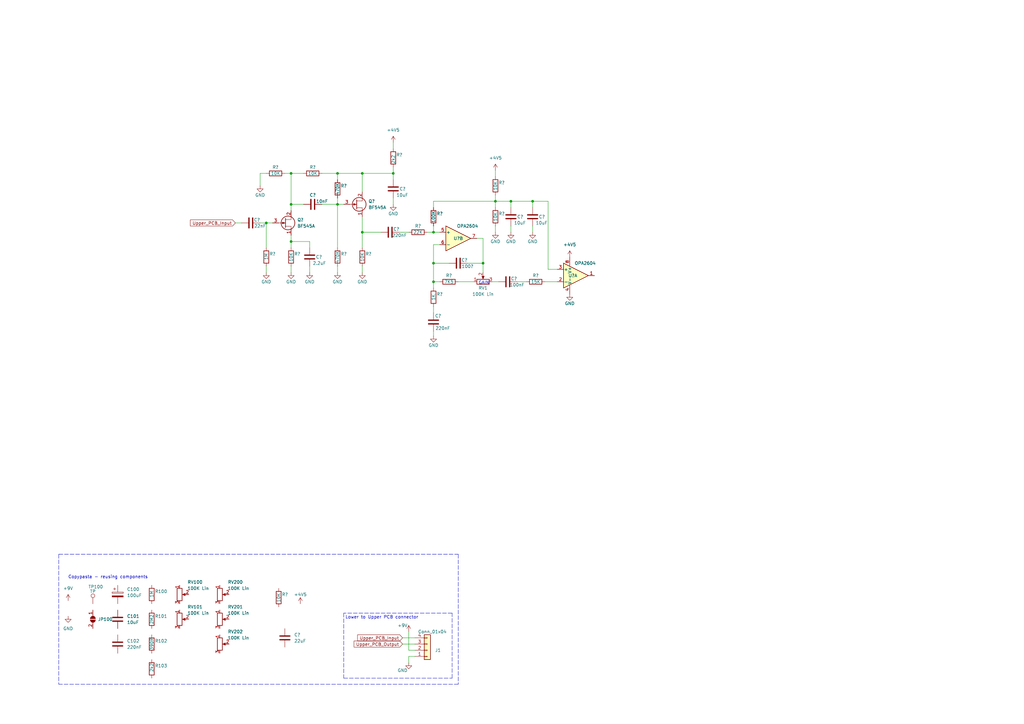
<source format=kicad_sch>
(kicad_sch (version 20211123) (generator eeschema)
  (paper "A3")
  (title_block (title "PedalDev_UpperRaw") (date "2022-02-21") (company "Binary-6"))
  (lib_symbols
    (symbol "Amplifier_Operational:TL074" (pin_names (offset 0.127))
      (property "Reference" "U" (at 0 5.08 0))
      (property "Value" "TL074" (at 0 -5.08 0))
      (symbol "TL074_1_1"
        (polyline (pts (xy -5.08 5.08) (xy 5.08 0) (xy -5.08 -5.08) (xy -5.08 5.08)) (stroke (width 0.254)) (fill (type background)))
        (pin output line (at 7.62 0 180) (length 2.54) (name "~") (number "1"))
        (pin input line (at -7.62 -2.54 0) (length 2.54) (name "-") (number "2"))
        (pin input line (at -7.62 2.54 0) (length 2.54) (name "+") (number "3"))
      )
      (symbol "TL074_2_1"
        (polyline (pts (xy -5.08 5.08) (xy 5.08 0) (xy -5.08 -5.08) (xy -5.08 5.08)) (stroke (width 0.254)) (fill (type background)))
        (pin input line (at -7.62 2.54 0) (length 2.54) (name "+") (number "5"))
        (pin input line (at -7.62 -2.54 0) (length 2.54) (name "-") (number "6"))
        (pin output line (at 7.62 0 180) (length 2.54) (name "~") (number "7"))
      )
      (symbol "TL074_3_1"
        (polyline (pts (xy -5.08 5.08) (xy 5.08 0) (xy -5.08 -5.08) (xy -5.08 5.08)) (stroke (width 0.254)) (fill (type background)))
        (pin input line (at -7.62 2.54 0) (length 2.54) (name "+") (number "10"))
        (pin output line (at 7.62 0 180) (length 2.54) (name "~") (number "8"))
        (pin input line (at -7.62 -2.54 0) (length 2.54) (name "-") (number "9"))
      )
      (symbol "TL074_4_1"
        (polyline (pts (xy -5.08 5.08) (xy 5.08 0) (xy -5.08 -5.08) (xy -5.08 5.08)) (stroke (width 0.254)) (fill (type background)))
        (pin input line (at -7.62 2.54 0) (length 2.54) (name "+") (number "12"))
        (pin input line (at -7.62 -2.54 0) (length 2.54) (name "-") (number "13"))
        (pin output line (at 7.62 0 180) (length 2.54) (name "~") (number "14"))
      )
      (symbol "TL074_5_1"
        (pin power_in line (at -2.54 -7.62 90) (length 3.81) (name "V-") (number "11"))
        (pin power_in line (at -2.54 7.62 270) (length 3.81) (name "V+") (number "4"))
      )
    )
    (symbol "Connector:TestPoint" (pin_numbers hide) (pin_names (offset 0.762) hide)
      (property "Reference" "TP" (at 0 6.858 0))
      (property "Value" "TestPoint" (at 0 5.08 0))
      (symbol "TestPoint_0_1"
        (circle (center 0 3.302) (radius 0.762))
      )
      (symbol "TestPoint_1_1"
        (pin passive line (at 0 0 90) (length 2.54) (name "1") (number "1"))
      )
    )
    (symbol "Connector_Generic:Conn_01x04" (pin_names (offset 1.016) hide)
      (property "Reference" "J" (at 0 5.08 0))
      (property "Value" "Conn_01x04" (at 0 -7.62 0))
      (symbol "Conn_01x04_1_1"
        (rectangle (start -1.27 -4.953) (end 0 -5.207) (stroke (width 0.1524)))
        (rectangle (start -1.27 -2.413) (end 0 -2.667) (stroke (width 0.1524)))
        (rectangle (start -1.27 0.127) (end 0 -0.127) (stroke (width 0.1524)))
        (rectangle (start -1.27 2.667) (end 0 2.413) (stroke (width 0.1524)))
        (rectangle (start -1.27 3.81) (end 1.27 -6.35) (stroke (width 0.254)) (fill (type background)))
        (pin passive line (at -5.08 2.54 0) (length 3.81) (name "Pin_1") (number "1"))
        (pin passive line (at -5.08 0 0) (length 3.81) (name "Pin_2") (number "2"))
        (pin passive line (at -5.08 -2.54 0) (length 3.81) (name "Pin_3") (number "3"))
        (pin passive line (at -5.08 -5.08 0) (length 3.81) (name "Pin_4") (number "4"))
      )
    )
    (symbol "Device:C" (pin_numbers hide) (pin_names (offset 0.254))
      (property "Reference" "C" (at 0.635 2.54 0))
      (property "Value" "C" (at 0.635 -2.54 0))
      (symbol "C_0_1"
        (polyline (pts (xy -2.032 -0.762) (xy 2.032 -0.762)) (stroke (width 0.508)))
        (polyline (pts (xy -2.032 0.762) (xy 2.032 0.762)) (stroke (width 0.508)))
      )
      (symbol "C_1_1"
        (pin passive line (at 0 3.81 270) (length 2.794) (name "~") (number "1"))
        (pin passive line (at 0 -3.81 90) (length 2.794) (name "~") (number "2"))
      )
    )
    (symbol "Device:C_Polarized" (pin_numbers hide) (pin_names (offset 0.254))
      (property "Reference" "C" (at 0.635 2.54 0))
      (property "Value" "C_Polarized" (at 0.635 -2.54 0))
      (symbol "C_Polarized_0_1"
        (rectangle (start -2.286 0.508) (end 2.286 1.016))
        (polyline (pts (xy -1.778 2.286) (xy -0.762 2.286)))
        (polyline (pts (xy -1.27 2.794) (xy -1.27 1.778)))
        (rectangle (start 2.286 -0.508) (end -2.286 -1.016) (fill (type outline)))
      )
      (symbol "C_Polarized_1_1"
        (pin passive line (at 0 3.81 270) (length 2.794) (name "~") (number "1"))
        (pin passive line (at 0 -3.81 90) (length 2.794) (name "~") (number "2"))
      )
    )
    (symbol "Device:R" (pin_numbers hide) (pin_names (offset 0))
      (property "Reference" "R" (at 2.032 0 90))
      (property "Value" "R" (at 0 0 90))
      (symbol "R_0_1"
        (rectangle (start -1.016 -2.54) (end 1.016 2.54) (stroke (width 0.254)))
      )
      (symbol "R_1_1"
        (pin passive line (at 0 3.81 270) (length 1.27) (name "~") (number "1"))
        (pin passive line (at 0 -3.81 90) (length 1.27) (name "~") (number "2"))
      )
    )
    (symbol "Device:R_Potentiometer" (pin_names (offset 1.016) hide)
      (property "Reference" "RV" (at -4.445 0 90))
      (property "Value" "R_Potentiometer" (at -2.54 0 90))
      (symbol "R_Potentiometer_0_1"
        (polyline (pts (xy 2.54 0) (xy 1.524 0)))
        (polyline (pts (xy 1.143 0) (xy 2.286 0.508) (xy 2.286 -0.508) (xy 1.143 0)) (fill (type outline)))
        (rectangle (start 1.016 2.54) (end -1.016 -2.54) (stroke (width 0.254)))
      )
      (symbol "R_Potentiometer_1_1"
        (pin passive line (at 0 3.81 270) (length 1.27) (name "1") (number "1"))
        (pin passive line (at 3.81 0 180) (length 1.27) (name "2") (number "2"))
        (pin passive line (at 0 -3.81 90) (length 1.27) (name "3") (number "3"))
      )
    )
    (symbol "Diode:1N4004" (pin_numbers hide) (pin_names (offset 1.016) hide)
      (property "Reference" "D" (at 0 2.54 0))
      (property "Value" "1N4004" (at 0 -2.54 0))
      (symbol "1N4004_0_1"
        (polyline (pts (xy -1.27 1.27) (xy -1.27 -1.27)) (stroke (width 0.254)))
        (polyline (pts (xy 1.27 0) (xy -1.27 0)))
        (polyline (pts (xy 1.27 1.27) (xy 1.27 -1.27) (xy -1.27 0) (xy 1.27 1.27)) (stroke (width 0.254)))
      )
      (symbol "1N4004_1_1"
        (pin passive line (at -3.81 0 0) (length 2.54) (name "K") (number "1"))
        (pin passive line (at 3.81 0 180) (length 2.54) (name "A") (number "2"))
      )
    )
    (symbol "Jumper:SolderJumper_2_Open" (pin_names (offset 0) hide)
      (property "Reference" "JP" (at 0 2.032 0))
      (property "Value" "SolderJumper_2_Open" (at 0 -2.54 0))
      (symbol "SolderJumper_2_Open_0_1"
        (arc (start -0.254 1.016) (mid -1.27 0) (end -0.254 -1.016))
        (arc (start -0.254 1.016) (mid -1.27 0) (end -0.254 -1.016) (fill (type outline)))
        (polyline (pts (xy -0.254 1.016) (xy -0.254 -1.016)))
        (polyline (pts (xy 0.254 1.016) (xy 0.254 -1.016)))
        (arc (start 0.254 -1.016) (mid 1.27 0) (end 0.254 1.016))
        (arc (start 0.254 -1.016) (mid 1.27 0) (end 0.254 1.016) (fill (type outline)))
      )
      (symbol "SolderJumper_2_Open_1_1"
        (pin passive line (at -3.81 0 0) (length 2.54) (name "A") (number "1"))
        (pin passive line (at 3.81 0 180) (length 2.54) (name "B") (number "2"))
      )
    )
    (symbol "MeineBibli:+14V" (power) (pin_names (offset 0))
      (property "Value" "+14V" (at 0 3.556 0))
      (symbol "+14V_0_1"
        (polyline (pts (xy -0.762 1.27) (xy 0 2.54)))
        (polyline (pts (xy 0 0) (xy 0 2.54)))
        (polyline (pts (xy 0 2.54) (xy 0.762 1.27)))
      )
      (symbol "+14V_1_1"
        (pin power_in line (at 0 0 90) (length 0) hide (name "+4V5") (number "1"))
      )
    )
    (symbol "MeineBibli:+16V" (power) (pin_names (offset 0))
      (property "Value" "+16V" (at 0 3.556 0))
      (symbol "+16V_0_1"
        (polyline (pts (xy -0.762 1.27) (xy 0 2.54)))
        (polyline (pts (xy 0 0) (xy 0 2.54)))
        (polyline (pts (xy 0 2.54) (xy 0.762 1.27)))
      )
      (symbol "+16V_1_1"
        (pin power_in line (at 0 0 90) (length 0) hide (name "+4V5") (number "1"))
      )
    )
    (symbol "MeineBibli:+4V5" (power) (pin_names (offset 0))
      (property "Value" "+4V5" (at 0 3.556 0))
      (symbol "+4V5_0_1"
        (polyline (pts (xy -0.762 1.27) (xy 0 2.54)))
        (polyline (pts (xy 0 0) (xy 0 2.54)))
        (polyline (pts (xy 0 2.54) (xy 0.762 1.27)))
      )
      (symbol "+4V5_1_1"
        (pin power_in line (at 0 0 90) (length 0) hide (name "+4V5") (number "1"))
      )
    )
    (symbol "MeineBibli:OPA2604" (pin_names (offset 0.127))
      (property "Reference" "U" (at 0 5.08 0))
      (property "Value" "OPA2604" (at 0 -5.08 0))
      (symbol "OPA2604_1_1"
        (polyline (pts (xy -5.08 5.08) (xy 5.08 0) (xy -5.08 -5.08) (xy -5.08 5.08)) (stroke (width 0.254)) (fill (type background)))
        (pin output line (at 7.62 0 180) (length 2.54) (name "~") (number "1"))
        (pin input line (at -7.62 -2.54 0) (length 2.54) (name "-") (number "2"))
        (pin input line (at -7.62 2.54 0) (length 2.54) (name "+") (number "3"))
      )
      (symbol "OPA2604_2_1"
        (polyline (pts (xy -5.08 5.08) (xy 5.08 0) (xy -5.08 -5.08) (xy -5.08 5.08)) (stroke (width 0.254)) (fill (type background)))
        (pin input line (at -7.62 2.54 0) (length 2.54) (name "+") (number "5"))
        (pin input line (at -7.62 -2.54 0) (length 2.54) (name "-") (number "6"))
        (pin output line (at 7.62 0 180) (length 2.54) (name "~") (number "7"))
      )
      (symbol "OPA2604_3_1"
        (pin power_in line (at -2.54 -7.62 90) (length 3.81) (name "V-") (number "4"))
        (pin power_in line (at -2.54 7.62 270) (length 3.81) (name "V+") (number "8"))
      )
    )
    (symbol "Regulator_Linear:L78L15_SOT89" (pin_names (offset 0.254))
      (property "Reference" "U" (at -3.81 3.175 0))
      (property "Value" "L78L15_SOT89" (at -0.635 3.175 0))
      (symbol "L78L15_SOT89_0_1"
        (rectangle (start -5.08 1.905) (end 5.08 -5.08) (stroke (width 0.254)) (fill (type background)))
      )
      (symbol "L78L15_SOT89_1_1"
        (pin power_out line (at 7.62 0 180) (length 2.54) (name "OUT") (number "1"))
        (pin power_in line (at 0 -7.62 90) (length 2.54) (name "GND") (number "2"))
        (pin power_in line (at -7.62 0 0) (length 2.54) (name "IN") (number "3"))
      )
    )
    (symbol "Regulator_SwitchedCapacitor:ICL7660"
      (property "Reference" "U?" (at 0 15.24 0))
      (property "Value" "ICL7660" (at 0 12.7 0))
      (symbol "ICL7660_0_1"
        (rectangle (start -7.62 10.16) (end 7.62 -10.16) (stroke (width 0.254)) (fill (type background)))
      )
      (symbol "ICL7660_1_1"
        (pin input line (at -10.16 3.81 0) (length 2.54) (name "BOOST") (number "1"))
        (pin input line (at 10.16 2.54 180) (length 2.54) (name "CAP+") (number "2"))
        (pin power_in line (at 0 -12.7 90) (length 2.54) (name "GND") (number "3"))
        (pin input line (at 10.16 -7.62 180) (length 2.54) (name "CAP-") (number "4"))
        (pin power_out line (at 10.16 7.62 180) (length 2.54) (name "VOUT") (number "5"))
        (pin input line (at -10.16 -5.08 0) (length 2.54) (name "LV") (number "6"))
        (pin input line (at -10.16 0 0) (length 2.54) (name "OSC") (number "7"))
        (pin power_in line (at -10.16 7.62 0) (length 2.54) (name "V+") (number "8"))
      )
    )
    (symbol "Transistor_FET:BF545A" (pin_names hide)
      (property "Reference" "Q" (at 5.08 1.905 0))
      (property "Value" "BF545A" (at 5.08 0 0))
      (symbol "BF545A_0_1"
        (polyline (pts (xy 0.254 0) (xy -2.54 0)))
        (polyline (pts (xy 0.254 1.905) (xy 0.254 -1.905)) (stroke (width 0.254)))
        (polyline (pts (xy 2.54 -2.54) (xy 2.54 -1.397) (xy 0.254 -1.397)))
        (polyline (pts (xy 2.54 2.54) (xy 2.54 1.397) (xy 0.254 1.397)))
        (polyline (pts (xy 0 0) (xy -1.016 0.381) (xy -1.016 -0.381) (xy 0 0)) (fill (type outline)))
        (circle (center 1.27 0) (radius 2.8194) (stroke (width 0.254)))
      )
      (symbol "BF545A_1_1"
        (pin passive line (at 2.54 -5.08 90) (length 2.54) (name "S") (number "1"))
        (pin passive line (at 2.54 5.08 270) (length 2.54) (name "D") (number "2"))
        (pin input line (at -5.08 0 0) (length 2.54) (name "G") (number "3"))
      )
    )
    (symbol "power:+9V" (power) (pin_names (offset 0))
      (property "Value" "+9V" (at 0 3.556 0))
      (symbol "+9V_0_1"
        (polyline (pts (xy -0.762 1.27) (xy 0 2.54)))
        (polyline (pts (xy 0 0) (xy 0 2.54)))
        (polyline (pts (xy 0 2.54) (xy 0.762 1.27)))
      )
      (symbol "+9V_1_1"
        (pin power_in line (at 0 0 90) (length 0) hide (name "+9V") (number "1"))
      )
    )
    (symbol "power:GND" (power) (pin_names (offset 0))
      (property "Value" "GND" (at 0 -3.81 0))
      (symbol "GND_0_1"
        (polyline (pts (xy 0 0) (xy 0 -1.27) (xy 1.27 -1.27) (xy 0 -2.54) (xy -1.27 -1.27) (xy 0 -1.27)))
      )
      (symbol "GND_1_1"
        (pin power_in line (at 0 0 270) (length 0) hide (name "GND") (number "1"))
      )
    )
  )
  (junction (at -26.67 93.98))
  (junction (at 177.8 107.95))
  (junction (at 138.43 71.12))
  (junction (at 148.59 71.12))
  (junction (at -77.47 88.9))
  (junction (at -39.37 82.55))
  (junction (at 218.44 82.55))
  (junction (at -39.37 93.98))
  (junction (at 198.12 107.95))
  (junction (at -6.35 82.55))
  (junction (at 161.29 71.12))
  (junction (at 138.43 83.82))
  (junction (at 177.8 115.57))
  (junction (at -26.67 82.55))
  (junction (at 109.22 91.44))
  (junction (at 177.8 95.25))
  (junction (at 119.38 83.82))
  (junction (at 148.59 95.25))
  (junction (at 119.38 99.06))
  (junction (at 209.55 82.55))
  (junction (at 119.38 71.12))
  (junction (at -6.35 93.98))
  (junction (at 203.2 82.55))
  (no_connect (at -74.93 101.6))
  (no_connect (at -74.93 96.52))
  (no_connect (at -54.61 104.14))
  (polyline (pts (xy 185.42 278.13) (xy 185.42 251.46)))
  (wire (pts (xy 170.18 269.24) (xy 167.64 269.24)))
  (wire (pts (xy -6.35 82.55) (xy -6.35 83.82)))
  (wire (pts (xy -26.67 93.98) (xy -26.67 96.52)))
  (wire (pts (xy 119.38 86.36) (xy 119.38 83.82)))
  (wire (pts (xy 96.52 91.44) (xy 99.06 91.44)))
  (wire (pts (xy 180.34 100.33) (xy 177.8 100.33)))
  (wire (pts (xy 127 109.22) (xy 127 111.76)))
  (wire (pts (xy 203.2 92.71) (xy 203.2 95.25)))
  (wire (pts (xy 177.8 115.57) (xy 177.8 118.11)))
  (wire (pts (xy -16.51 101.6) (xy -16.51 111.76)))
  (wire (pts (xy 119.38 71.12) (xy 119.38 83.82)))
  (wire (pts (xy -54.61 88.9) (xy -52.07 88.9)))
  (wire (pts (xy 167.64 259.08) (xy 167.64 266.7)))
  (wire (pts (xy 106.68 91.44) (xy 109.22 91.44)))
  (wire (pts (xy -77.47 92.71) (xy -77.47 88.9)))
  (wire (pts (xy 218.44 92.71) (xy 218.44 95.25)))
  (wire (pts (xy 148.59 88.9) (xy 148.59 95.25)))
  (wire (pts (xy 224.79 110.49) (xy 224.79 82.55)))
  (wire (pts (xy -6.35 104.14) (xy -6.35 111.76)))
  (wire (pts (xy 138.43 109.22) (xy 138.43 111.76)))
  (wire (pts (xy 161.29 58.42) (xy 161.29 60.96)))
  (wire (pts (xy 177.8 85.09) (xy 177.8 82.55)))
  (wire (pts (xy 132.08 83.82) (xy 138.43 83.82)))
  (wire (pts (xy -41.91 93.98) (xy -39.37 93.98)))
  (wire (pts (xy 177.8 100.33) (xy 177.8 107.95)))
  (wire (pts (xy 119.38 83.82) (xy 124.46 83.82)))
  (wire (pts (xy 161.29 73.66) (xy 161.29 71.12)))
  (wire (pts (xy 109.22 91.44) (xy 111.76 91.44)))
  (wire (pts (xy 218.44 85.09) (xy 218.44 82.55)))
  (wire (pts (xy -39.37 93.98) (xy -36.83 93.98)))
  (wire (pts (xy 198.12 97.79) (xy 195.58 97.79)))
  (polyline (pts (xy 140.97 278.13) (xy 185.42 278.13)))
  (wire (pts (xy 119.38 99.06) (xy 119.38 101.6)))
  (wire (pts (xy 106.68 71.12) (xy 106.68 76.2)))
  (wire (pts (xy 163.83 95.25) (xy 167.64 95.25)))
  (wire (pts (xy 203.2 80.01) (xy 203.2 82.55)))
  (wire (pts (xy 175.26 95.25) (xy 177.8 95.25)))
  (wire (pts (xy 198.12 107.95) (xy 198.12 111.76)))
  (polyline (pts (xy 185.42 251.46) (xy 140.97 251.46)))
  (wire (pts (xy 119.38 109.22) (xy 119.38 111.76)))
  (wire (pts (xy 132.08 71.12) (xy 138.43 71.12)))
  (wire (pts (xy 177.8 92.71) (xy 177.8 95.25)))
  (wire (pts (xy -77.47 88.9) (xy -74.93 88.9)))
  (wire (pts (xy 109.22 71.12) (xy 106.68 71.12)))
  (wire (pts (xy 177.8 107.95) (xy 177.8 115.57)))
  (wire (pts (xy 109.22 91.44) (xy 109.22 101.6)))
  (wire (pts (xy 119.38 96.52) (xy 119.38 99.06)))
  (wire (pts (xy 148.59 109.22) (xy 148.59 111.76)))
  (wire (pts (xy -39.37 81.28) (xy -39.37 82.55)))
  (wire (pts (xy 209.55 85.09) (xy 209.55 82.55)))
  (wire (pts (xy 198.12 97.79) (xy 198.12 107.95)))
  (wire (pts (xy -6.35 81.28) (xy -6.35 82.55)))
  (wire (pts (xy 138.43 83.82) (xy 140.97 83.82)))
  (wire (pts (xy -74.93 92.71) (xy -77.47 92.71)))
  (wire (pts (xy 180.34 115.57) (xy 177.8 115.57)))
  (wire (pts (xy -77.47 81.28) (xy -77.47 88.9)))
  (wire (pts (xy 161.29 68.58) (xy 161.29 71.12)))
  (wire (pts (xy 127 101.6) (xy 127 99.06)))
  (wire (pts (xy 203.2 82.55) (xy 209.55 82.55)))
  (wire (pts (xy 203.2 69.85) (xy 203.2 72.39)))
  (wire (pts (xy 177.8 135.89) (xy 177.8 137.795)))
  (polyline (pts (xy 24.13 227.33) (xy 24.13 280.67)))
  (wire (pts (xy -26.67 82.55) (xy -26.67 93.98)))
  (wire (pts (xy 138.43 83.82) (xy 138.43 81.28)))
  (wire (pts (xy 124.46 71.12) (xy 119.38 71.12)))
  (wire (pts (xy -26.67 81.28) (xy -26.67 82.55)))
  (wire (pts (xy 165.1 264.16) (xy 170.18 264.16)))
  (wire (pts (xy 201.93 115.57) (xy 204.47 115.57)))
  (wire (pts (xy -29.21 93.98) (xy -26.67 93.98)))
  (wire (pts (xy 177.8 82.55) (xy 203.2 82.55)))
  (wire (pts (xy 148.59 95.25) (xy 156.21 95.25)))
  (wire (pts (xy -6.35 91.44) (xy -6.35 93.98)))
  (wire (pts (xy 138.43 73.66) (xy 138.43 71.12)))
  (wire (pts (xy 127 99.06) (xy 119.38 99.06)))
  (wire (pts (xy -26.67 104.14) (xy -26.67 111.76)))
  (wire (pts (xy 116.84 71.12) (xy 119.38 71.12)))
  (wire (pts (xy -39.37 91.44) (xy -39.37 93.98)))
  (wire (pts (xy 167.64 269.24) (xy 167.64 271.78)))
  (wire (pts (xy 177.8 125.73) (xy 177.8 128.27)))
  (polyline (pts (xy 187.96 280.67) (xy 24.13 280.67)))
  (wire (pts (xy 148.59 95.25) (xy 148.59 101.6)))
  (wire (pts (xy 187.96 115.57) (xy 194.31 115.57)))
  (wire (pts (xy -39.37 82.55) (xy -39.37 83.82)))
  (wire (pts (xy -52.07 88.9) (xy -52.07 111.76)))
  (wire (pts (xy 177.8 107.95) (xy 184.15 107.95)))
  (wire (pts (xy 161.29 81.28) (xy 161.29 83.82)))
  (wire (pts (xy 165.1 261.62) (xy 170.18 261.62)))
  (wire (pts (xy 138.43 83.82) (xy 138.43 101.6)))
  (wire (pts (xy -26.67 93.98) (xy -24.13 93.98)))
  (polyline (pts (xy 24.13 227.33) (xy 187.96 227.33)))
  (wire (pts (xy -6.35 93.98) (xy -6.35 96.52)))
  (wire (pts (xy 218.44 82.55) (xy 209.55 82.55)))
  (wire (pts (xy 148.59 71.12) (xy 161.29 71.12)))
  (wire (pts (xy -8.89 93.98) (xy -6.35 93.98)))
  (wire (pts (xy 203.2 82.55) (xy 203.2 85.09)))
  (polyline (pts (xy 187.96 227.33) (xy 187.96 280.67)))
  (wire (pts (xy 109.22 109.22) (xy 109.22 111.76)))
  (wire (pts (xy 177.8 95.25) (xy 180.34 95.25)))
  (wire (pts (xy 148.59 71.12) (xy 138.43 71.12)))
  (wire (pts (xy 209.55 92.71) (xy 209.55 95.25)))
  (wire (pts (xy 167.64 266.7) (xy 170.18 266.7)))
  (wire (pts (xy 228.6 110.49) (xy 224.79 110.49)))
  (wire (pts (xy 191.77 107.95) (xy 198.12 107.95)))
  (wire (pts (xy 224.79 82.55) (xy 218.44 82.55)))
  (wire (pts (xy 148.59 78.74) (xy 148.59 71.12)))
  (wire (pts (xy 223.52 115.57) (xy 228.6 115.57)))
  (polyline (pts (xy 140.97 251.46) (xy 140.97 278.13)))
  (wire (pts (xy -64.77 111.76) (xy -64.77 109.22)))
  (wire (pts (xy -54.61 93.98) (xy -49.53 93.98)))
  (wire (pts (xy 212.09 115.57) (xy 215.9 115.57)))
  (text "Enable Bleeders on Lower PCB" (at -41.91 127 0) (effects (font (size 1.27 1.27)) (justify left bottom)))
  (text "Lower to Upper PCB connector" (at 141.605 254 0) (effects (font (size 1.27 1.27)) (justify left bottom)))
  (text "Copypasta - reusing components" (at 27.94 237.49 0) (effects (font (size 1.27 1.27)) (justify left bottom)))
  (text "GAIN" (at 196.215 116.84 0) (effects (font (size 1.27 1.27)) (justify left bottom)))
  (global_label "Upper_PCB_Input" (shape input) (at 165.1 261.62 180) (property "Intersheet References" "${INTERSHEET_REFS}" (effects hide)))
  (global_label "Upper_PCB_Input" (shape input) (at 96.52 91.44 180) (property "Intersheet References" "${INTERSHEET_REFS}" (effects hide)))
  (global_label "Upper_PCB_Output" (shape input) (at 165.1 264.16 180) (property "Intersheet References" "${INTERSHEET_REFS}" (effects hide)))
  (symbol (lib_id "Connector:TestPoint") (at 38.1 247.65 0) (unit 1) (in_bom no)
    (property "Reference" "TP100" (at 36.195 240.665 0) (effects (justify left)))
    (property "Value" "TP" (at 36.83 242.57 0) (effects (justify left)))
    (property "Footprint" "TestPoint:TestPoint_Pad_D2.0mm" (effects hide))
  )
  (symbol (lib_id "Device:R") (at 219.71 115.57 90) (unit 1)
    (property "Reference" "R?" (at 219.71 113.03 90))
    (property "Value" "15K" (at 219.71 115.57 90))
  )
  (symbol (lib_id "Device:R") (at 138.43 77.47 0) (unit 1)
    (property "Reference" "R?" (at 139.7 76.2 0) (effects (justify left)))
    (property "Value" "470K" (at 138.43 80.01 90) (effects (justify left)))
  )
  (symbol (lib_id "Device:C") (at 209.55 88.9 0) (unit 1)
    (property "Reference" "C?" (at 212.09 88.9 0) (effects (justify left)))
    (property "Value" "10uF" (at 210.82 91.44 0) (effects (justify left)))
    (property "Footprint" "Capacitor_SMD:C_0805_2012Metric" (effects hide))
    (property "LCSC" "C15850" (effects hide))
  )
  (symbol (lib_id "Amplifier_Operational:TL074") (at -11.43 44.45 0) (unit 3)
    (property "Reference" "U?" (at -19.05 44.45 0))
    (property "Value" "TL074" (at -11.43 36.83 0))
    (property "Datasheet" "http://www.ti.com/lit/ds/symlink/tl071.pdf" (effects hide))
  )
  (symbol (lib_id "MeineBibli:+14V") (at 233.68 105.41 0) (unit 1)
    (property "Reference" "#PWR?" (effects hide))
    (property "Value" "+14V" (at 233.68 100.33 0))
  )
  (symbol (lib_id "power:GND") (at 127 111.76 0) (unit 1)
    (property "Reference" "#PWR?" (effects hide))
    (property "Value" "GND" (at 127 115.57 0))
  )
  (symbol (lib_id "Device:C") (at 208.28 115.57 270) (unit 1)
    (property "Reference" "C?" (at 210.82 114.3 90))
    (property "Value" "100nF" (at 212.09 116.84 90))
  )
  (symbol (lib_id "Diode:1N4004") (at -39.37 87.63 90) (unit 1)
    (property "Reference" "D?" (at -36.83 86.3599 90) (effects (justify right)))
    (property "Value" "1N4004" (at -36.83 88.8999 90) (effects (justify right)))
    (property "Footprint" "Diode_THT:D_DO-41_SOD81_P10.16mm_Horizontal" (effects hide))
    (property "Datasheet" "http://www.vishay.com/docs/88503/1n4001.pdf" (effects hide))
  )
  (symbol (lib_id "power:GND") (at 106.68 76.2 0) (unit 1)
    (property "Reference" "#PWR?" (effects hide))
    (property "Value" "GND" (at 106.68 80.01 0))
  )
  (symbol (lib_id "power:GND") (at 119.38 111.76 0) (unit 1)
    (property "Reference" "#PWR?" (effects hide))
    (property "Value" "GND" (at 119.38 115.57 0))
  )
  (symbol (lib_id "Connector:TestPoint") (at -6.35 82.55 90) (unit 1) (in_bom no)
    (property "Reference" "TP?" (at -11.43 81.28 90) (effects (justify left)))
    (property "Value" "TP" (at -11.43 83.82 90) (effects (justify left)))
    (property "Footprint" "TestPoint:TestPoint_Pad_D2.0mm" (effects hide))
  )
  (symbol (lib_id "Connector:TestPoint") (at -39.37 82.55 270) (unit 1) (in_bom no)
    (property "Reference" "TP?" (at -34.29 81.28 90) (effects (justify left)))
    (property "Value" "TP" (at -34.29 83.82 90) (effects (justify left)))
    (property "Footprint" "TestPoint:TestPoint_Pad_D2.0mm" (effects hide))
  )
  (symbol (lib_id "Device:C") (at 160.02 95.25 270) (unit 1)
    (property "Reference" "C?" (at 162.56 93.98 90))
    (property "Value" "220nF" (at 163.83 96.52 90))
  )
  (symbol (lib_id "power:+9V") (at -77.47 81.28 0) (unit 1)
    (property "Reference" "#PWR?" (effects hide))
    (property "Value" "+9V" (at -77.47 77.47 0))
  )
  (symbol (lib_id "Device:R") (at 62.23 264.16 0) (unit 1)
    (property "Reference" "R102" (at 63.5 262.89 0) (effects (justify left)))
    (property "Value" "390R" (at 62.23 266.7 90) (effects (justify left)))
    (property "Footprint" "Resistor_SMD:R_0603_1608Metric" (effects hide))
  )
  (symbol (lib_id "Device:R") (at 62.23 274.32 0) (unit 1)
    (property "Reference" "R103" (at 63.5 273.05 0) (effects (justify left)))
    (property "Value" "2k2" (at 62.23 275.59 90) (effects (justify left)))
    (property "Footprint" "Resistor_SMD:R_0603_1608Metric" (effects hide))
  )
  (symbol (lib_id "Jumper:SolderJumper_2_Open") (at 38.1 254 90) (mirror x) (unit 1) (in_bom no)
    (property "Reference" "JP100" (at 43.18 254 90))
    (property "Value" "Jmp" (effects hide))
    (property "Footprint" "Jumper:SolderJumper-2_P1.3mm_Open_TrianglePad1.0x1.5mm" (effects hide))
  )
  (symbol (lib_id "Device:R_Potentiometer") (at 90.17 254 0) (unit 1)
    (property "Reference" "RV201" (at 96.52 248.92 0))
    (property "Value" "100K Lin" (at 97.79 251.46 0))
    (property "Footprint" "Potentiometer_THT:Potentiometer_Alpha_RD901F-40-00D_Single_Vertical" (effects hide))
  )
  (symbol (lib_id "Regulator_Linear:L78L15_SOT89") (at -16.51 93.98 0) (unit 1)
    (property "Reference" "U?" (at -16.51 86.36 0))
    (property "Value" "L78L15_SOT89" (at -16.51 88.9 0))
    (property "Footprint" "Package_TO_SOT_SMD:SOT-89-3" (effects hide))
    (property "Datasheet" "http://www.st.com/content/ccc/resource/technical/document/datasheet/15/55/e5/aa/23/5b/43/fd/CD00000446.pdf/files/CD00000446.pdf/jcr:content/translations/en.CD00000446.pdf" (effects hide))
  )
  (symbol (lib_id "Amplifier_Operational:TL074") (at -11.43 24.13 0) (unit 5)
    (property "Reference" "U?" (at -20.32 24.13 0) (effects (justify left)))
    (property "Value" "TL074" (at -12.7 25.3999 0) (effects (justify left)))
    (property "Datasheet" "http://www.ti.com/lit/ds/symlink/tl071.pdf" (effects hide))
  )
  (symbol (lib_id "Transistor_FET:BF545A") (at 146.05 83.82 0) (unit 1)
    (property "Reference" "Q?" (at 151.13 82.5499 0) (effects (justify left)))
    (property "Value" "BF545A" (at 151.13 85.0899 0) (effects (justify left)))
    (property "Footprint" "Package_TO_SOT_SMD:SOT-23" (effects hide))
    (property "Datasheet" "https://www.nxp.com/docs/en/data-sheet/BF545A_BF545B_BF545C.pdf" (effects hide))
  )
  (symbol (lib_id "power:GND") (at -6.35 111.76 0) (unit 1)
    (property "Reference" "#PWR?" (effects hide))
    (property "Value" "GND" (at -6.35 115.57 0))
  )
  (symbol (lib_id "Device:C_Polarized") (at -45.72 93.98 270) (unit 1)
    (property "Reference" "C?" (at -45.72 97.79 90))
    (property "Value" "100uF" (at -45.72 100.33 90))
    (property "Footprint" "Capacitor_THT:CP_Radial_D5.0mm_P2.00mm" (effects hide))
    (property "Datasheet" "https://datasheet.lcsc.com/szlcsc/1811201537_Lelon-VZT101M1V0606-TRO_C249982.pdf" (effects hide))
    (property "LCSC" "C108360" (effects hide))
  )
  (symbol (lib_id "Amplifier_Operational:TL074") (at -11.43 34.29 0) (unit 2)
    (property "Reference" "U?" (at -20.32 33.02 0))
    (property "Value" "TL074" (at -11.43 26.67 0))
    (property "Datasheet" "http://www.ti.com/lit/ds/symlink/tl071.pdf" (effects hide))
  )
  (symbol (lib_id "Device:C") (at 187.96 107.95 270) (unit 1)
    (property "Reference" "C?" (at 190.5 106.68 90))
    (property "Value" "100?" (at 191.77 109.22 90))
  )
  (symbol (lib_id "power:GND") (at -26.67 111.76 0) (unit 1)
    (property "Reference" "#PWR?" (effects hide))
    (property "Value" "GND" (at -26.67 115.57 0))
  )
  (symbol (lib_id "power:GND") (at -64.77 111.76 0) (unit 1)
    (property "Reference" "#PWR?" (effects hide))
    (property "Value" "GND" (at -64.77 115.57 0))
  )
  (symbol (lib_id "Connector_Generic:Conn_01x04") (at 175.26 266.7 0) (mirror x) (unit 1)
    (property "Reference" "J1" (at 178.435 266.7001 0) (effects (justify left)))
    (property "Value" "Conn_01x04" (at 171.45 259.08 0) (effects (justify left)))
    (property "Footprint" "Connector_JST:JST_XH_B4B-XH-A_1x04_P2.50mm_Vertical" (effects hide))
    (property "LCSC" "C144395" (effects hide))
  )
  (symbol (lib_id "power:GND") (at 167.64 271.78 0) (unit 1)
    (property "Reference" "#PWR04" (effects hide))
    (property "Value" "GND" (at 165.1 274.955 0))
  )
  (symbol (lib_id "MeineBibli:+14V") (at 203.2 69.85 0) (unit 1)
    (property "Reference" "#PWR?" (effects hide))
    (property "Value" "+14V" (at 203.2 64.77 0))
  )
  (symbol (lib_id "power:GND") (at 218.44 95.25 0) (unit 1)
    (property "Reference" "#PWR?" (effects hide))
    (property "Value" "GND" (at 218.44 99.06 0))
  )
  (symbol (lib_id "Device:R") (at 114.3 245.11 0) (unit 1)
    (property "Reference" "R?" (at 115.57 243.84 0) (effects (justify left)))
    (property "Value" "10K" (at 114.3 245.11 90))
    (property "Footprint" "Resistor_SMD:R_0603_1608Metric" (effects hide))
    (property "LCSC" "C25804" (effects hide))
  )
  (symbol (lib_id "power:+9V") (at -39.37 81.28 0) (unit 1)
    (property "Reference" "#PWR?" (effects hide))
    (property "Value" "+9V" (at -39.37 77.47 0))
  )
  (symbol (lib_id "MeineBibli:OPA2604") (at 187.96 97.79 0) (unit 2)
    (property "Reference" "U?" (at 187.96 97.79 0))
    (property "Value" "OPA2604" (at 191.77 92.71 0))
  )
  (symbol (lib_id "Device:C") (at 48.26 264.16 0) (mirror y) (unit 1)
    (property "Reference" "C102" (at 52.07 262.8899 0) (effects (justify right)))
    (property "Value" "220nF" (at 52.07 265.4299 0) (effects (justify right)))
    (property "Footprint" "Capacitor_SMD:C_0603_1608Metric" (effects hide))
    (property "LCSC" "C21120 " (effects hide))
  )
  (symbol (lib_id "Device:C") (at 127 105.41 0) (unit 1)
    (property "Reference" "C?" (at 129.54 105.41 0) (effects (justify left)))
    (property "Value" "2.2uF" (at 128.27 107.95 0) (effects (justify left)))
  )
  (symbol (lib_id "Device:R") (at 62.23 254 180) (unit 1)
    (property "Reference" "R101" (at 66.04 252.73 0))
    (property "Value" "2M2" (at 62.23 254 90))
    (property "Footprint" "Resistor_SMD:R_0603_1608Metric" (effects hide))
  )
  (symbol (lib_id "MeineBibli:+14V") (at 161.29 58.42 0) (unit 1)
    (property "Reference" "#PWR?" (effects hide))
    (property "Value" "+14V" (at 161.29 53.34 0))
  )
  (symbol (lib_id "Device:C") (at -26.67 100.33 0) (unit 1)
    (property "Reference" "C?" (at -25.4 102.87 0) (effects (justify left)))
    (property "Value" "10uF" (at -25.4 105.41 0) (effects (justify left)))
    (property "Footprint" "Capacitor_SMD:C_0805_2012Metric" (effects hide))
    (property "LCSC" "C15850" (effects hide))
  )
  (symbol (lib_id "Device:R") (at 161.29 64.77 180) (unit 1)
    (property "Reference" "R?" (at 165.1 63.5 0) (effects (justify left)))
    (property "Value" "2k2" (at 161.29 63.5 90) (effects (justify left)))
    (property "Footprint" "Resistor_SMD:R_0603_1608Metric" (effects hide))
  )
  (symbol (lib_id "MeineBibli:OPA2604") (at 236.22 113.03 0) (unit 1)
    (property "Reference" "U?" (at 234.95 113.03 0))
    (property "Value" "OPA2604" (at 240.03 107.95 0))
  )
  (symbol (lib_id "power:GND") (at 138.43 111.76 0) (unit 1)
    (property "Reference" "#PWR?" (effects hide))
    (property "Value" "GND" (at 138.43 115.57 0))
  )
  (symbol (lib_id "Amplifier_Operational:TL074") (at -11.43 54.61 0) (unit 4)
    (property "Reference" "U?" (at -20.32 54.61 0))
    (property "Value" "TL074" (at -11.43 46.99 0))
    (property "Datasheet" "http://www.ti.com/lit/ds/symlink/tl071.pdf" (effects hide))
  )
  (symbol (lib_id "Device:C_Polarized") (at 48.26 243.84 0) (unit 1)
    (property "Reference" "C100" (at 52.07 241.6809 0) (effects (justify left)))
    (property "Value" "100uF" (at 52.07 244.2209 0) (effects (justify left)))
    (property "Footprint" "Capacitor_THT:CP_Radial_D5.0mm_P2.00mm" (effects hide))
    (property "Datasheet" "https://datasheet.lcsc.com/szlcsc/1811201537_Lelon-VZT101M1V0606-TRO_C249982.pdf" (effects hide))
    (property "LCSC" "C108360" (effects hide))
  )
  (symbol (lib_id "power:GND") (at 161.29 83.82 0) (unit 1)
    (property "Reference" "#PWR?" (effects hide))
    (property "Value" "GND" (at 161.29 87.63 0))
  )
  (symbol (lib_id "Device:C") (at 116.84 261.62 0) (unit 1)
    (property "Reference" "C?" (at 120.65 260.3499 0) (effects (justify left)))
    (property "Value" "22uF" (at 120.65 262.8899 0) (effects (justify left)))
    (property "Footprint" "Capacitor_SMD:C_1206_3216Metric" (effects hide))
    (property "LCSC" "C12891" (effects hide))
  )
  (symbol (lib_id "Diode:1N4004") (at -33.02 93.98 180) (unit 1)
    (property "Reference" "D?" (at -33.02 96.52 0))
    (property "Value" "1N4004" (at -33.02 99.06 0))
    (property "Footprint" "Diode_THT:D_DO-41_SOD81_P10.16mm_Horizontal" (effects hide))
    (property "Datasheet" "http://www.vishay.com/docs/88503/1n4001.pdf" (effects hide))
  )
  (symbol (lib_id "power:GND") (at 177.8 137.795 0) (unit 1)
    (property "Reference" "#PWR?" (effects hide))
    (property "Value" "GND" (at 177.8 141.605 0))
  )
  (symbol (lib_id "Device:R") (at 113.03 71.12 90) (unit 1)
    (property "Reference" "R?" (at 114.3 68.58 90) (effects (justify left)))
    (property "Value" "10K" (at 113.03 71.12 90))
    (property "Footprint" "Resistor_SMD:R_0603_1608Metric" (effects hide))
    (property "LCSC" "C25804" (effects hide))
  )
  (symbol (lib_id "Device:R") (at 148.59 105.41 0) (unit 1)
    (property "Reference" "R?" (at 149.86 104.14 0) (effects (justify left)))
    (property "Value" "10K" (at 148.59 105.41 90))
    (property "Footprint" "Resistor_SMD:R_0603_1608Metric" (effects hide))
    (property "LCSC" "C25804" (effects hide))
  )
  (symbol (lib_id "Device:R") (at 203.2 76.2 0) (unit 1)
    (property "Reference" "R?" (at 204.47 74.93 0) (effects (justify left)))
    (property "Value" "10K" (at 203.2 76.2 90))
    (property "Footprint" "Resistor_SMD:R_0603_1608Metric" (effects hide))
    (property "LCSC" "C25804" (effects hide))
  )
  (symbol (lib_id "power:+9V") (at 27.94 246.38 0) (unit 1)
    (property "Reference" "#PWR01" (effects hide))
    (property "Value" "+9V" (at 27.94 241.3 0))
  )
  (symbol (lib_id "Device:R") (at 203.2 88.9 0) (unit 1)
    (property "Reference" "R?" (at 204.47 87.63 0) (effects (justify left)))
    (property "Value" "10K" (at 203.2 88.9 90))
    (property "Footprint" "Resistor_SMD:R_0603_1608Metric" (effects hide))
    (property "LCSC" "C25804" (effects hide))
  )
  (symbol (lib_id "Device:R") (at 62.23 243.84 0) (unit 1)
    (property "Reference" "R100" (at 63.5 242.57 0) (effects (justify left)))
    (property "Value" "1M" (at 62.23 245.11 90) (effects (justify left)))
    (property "Footprint" "Resistor_SMD:R_0603_1608Metric" (effects hide))
  )
  (symbol (lib_id "Device:R") (at 184.15 115.57 90) (unit 1)
    (property "Reference" "R?" (at 184.15 113.03 90))
    (property "Value" "7K5" (at 184.15 115.57 90))
  )
  (symbol (lib_id "Device:C") (at 177.8 132.08 180) (unit 1)
    (property "Reference" "C?" (at 179.705 129.54 0))
    (property "Value" "220nF" (at 181.61 134.62 0))
  )
  (symbol (lib_id "power:GND") (at 203.2 95.25 0) (unit 1)
    (property "Reference" "#PWR?" (effects hide))
    (property "Value" "GND" (at 203.2 99.06 0))
  )
  (symbol (lib_id "Device:R") (at 171.45 95.25 90) (unit 1)
    (property "Reference" "R?" (at 171.45 92.71 90))
    (property "Value" "22K" (at 171.45 95.25 90))
  )
  (symbol (lib_id "Amplifier_Operational:TL074") (at -11.43 24.13 0) (unit 1)
    (property "Reference" "U?" (at -20.32 21.59 0))
    (property "Value" "TL074" (at -11.43 16.51 0))
    (property "Datasheet" "http://www.ti.com/lit/ds/symlink/tl071.pdf" (effects hide))
  )
  (symbol (lib_id "Device:C") (at 48.26 254 0) (unit 1)
    (property "Reference" "C101" (at 52.07 252.7299 0) (effects (justify left)))
    (property "Value" "10uF" (at 52.07 255.2699 0) (effects (justify left)))
    (property "Footprint" "Capacitor_SMD:C_0805_2012Metric" (effects hide))
    (property "LCSC" "C15850" (effects hide))
  )
  (symbol (lib_id "Device:C") (at 128.27 83.82 270) (unit 1)
    (property "Reference" "C?" (at 128.27 80.01 90))
    (property "Value" "10nF" (at 132.08 82.55 90))
  )
  (symbol (lib_id "Device:R") (at -6.35 87.63 0) (unit 1)
    (property "Reference" "R?" (at -3.81 86.3599 0) (effects (justify left)))
    (property "Value" "51R" (at -6.35 90.17 90) (effects (justify left)))
  )
  (symbol (lib_id "Transistor_FET:BF545A") (at 116.84 91.44 0) (unit 1)
    (property "Reference" "Q?" (at 121.92 90.1699 0) (effects (justify left)))
    (property "Value" "BF545A" (at 121.92 92.7099 0) (effects (justify left)))
    (property "Footprint" "Package_TO_SOT_SMD:SOT-23" (effects hide))
    (property "Datasheet" "https://www.nxp.com/docs/en/data-sheet/BF545A_BF545B_BF545C.pdf" (effects hide))
  )
  (symbol (lib_id "Device:R") (at 128.27 71.12 90) (unit 1)
    (property "Reference" "R?" (at 129.54 68.58 90) (effects (justify left)))
    (property "Value" "10K" (at 128.27 71.12 90))
    (property "Footprint" "Resistor_SMD:R_0603_1608Metric" (effects hide))
    (property "LCSC" "C25804" (effects hide))
  )
  (symbol (lib_id "MeineBibli:OPA2604") (at 236.22 113.03 0) (unit 3)
    (property "Reference" "U?" (effects hide))
    (property "Value" "OPA2604" (effects hide))
  )
  (symbol (lib_id "Device:R_Potentiometer") (at 90.17 264.16 0) (unit 1)
    (property "Reference" "RV202" (at 96.52 259.08 0))
    (property "Value" "100K Lin" (at 97.79 261.62 0))
    (property "Footprint" "Potentiometer_THT:Potentiometer_Alpha_RD901F-40-00D_Single_Vertical" (effects hide))
  )
  (symbol (lib_id "MeineBibli:+16V") (at -26.67 81.28 0) (unit 1)
    (property "Reference" "#PWR?" (effects hide))
    (property "Value" "+16V" (at -26.67 76.2 0))
  )
  (symbol (lib_id "Regulator_SwitchedCapacitor:ICL7660") (at -64.77 96.52 0) (unit 1)
    (property "Reference" "U?" (at -64.77 81.28 0))
    (property "Value" "ICL7660" (at -64.77 83.82 0))
    (property "Datasheet" "http://datasheets.maximintegrated.com/en/ds/ICL7660-MAX1044.pdf" (effects hide))
  )
  (symbol (lib_id "Connector:TestPoint") (at -26.67 82.55 270) (unit 1) (in_bom no)
    (property "Reference" "TP?" (at -21.59 81.28 90) (effects (justify left)))
    (property "Value" "TP" (at -21.59 83.82 90) (effects (justify left)))
    (property "Footprint" "TestPoint:TestPoint_Pad_D2.0mm" (effects hide))
  )
  (symbol (lib_id "Device:C") (at 161.29 77.47 0) (unit 1)
    (property "Reference" "C?" (at 163.83 77.47 0) (effects (justify left)))
    (property "Value" "10uF" (at 162.56 80.01 0) (effects (justify left)))
    (property "Footprint" "Capacitor_SMD:C_0805_2012Metric" (effects hide))
    (property "LCSC" "C15850" (effects hide))
  )
  (symbol (lib_id "power:GND") (at -52.07 111.76 0) (unit 1)
    (property "Reference" "#PWR?" (effects hide))
    (property "Value" "GND" (at -52.07 115.57 0))
  )
  (symbol (lib_id "Connector:TestPoint") (at -39.37 93.98 180) (unit 1) (in_bom no)
    (property "Reference" "TP?" (at -38.1 99.06 90) (effects (justify left)))
    (property "Value" "TP" (at -40.64 99.06 90) (effects (justify left)))
    (property "Footprint" "TestPoint:TestPoint_Pad_D2.0mm" (effects hide))
  )
  (symbol (lib_id "power:GND") (at 109.22 111.76 0) (unit 1)
    (property "Reference" "#PWR?" (effects hide))
    (property "Value" "GND" (at 109.22 115.57 0))
  )
  (symbol (lib_id "power:GND") (at 209.55 95.25 0) (unit 1)
    (property "Reference" "#PWR?" (effects hide))
    (property "Value" "GND" (at 209.55 99.06 0))
  )
  (symbol (lib_id "MeineBibli:+4V5") (at 123.19 247.65 0) (unit 1)
    (property "Reference" "#PWR?" (effects hide))
    (property "Value" "+4V5" (at 123.19 243.84 0))
  )
  (symbol (lib_id "power:GND") (at 148.59 111.76 0) (unit 1)
    (property "Reference" "#PWR?" (effects hide))
    (property "Value" "GND" (at 148.59 115.57 0))
  )
  (symbol (lib_id "power:GND") (at 233.68 120.65 0) (unit 1)
    (property "Reference" "#PWR?" (effects hide))
    (property "Value" "GND" (at 233.68 124.46 0))
  )
  (symbol (lib_id "Device:C") (at 102.87 91.44 270) (unit 1)
    (property "Reference" "C?" (at 105.41 90.17 90))
    (property "Value" "22nF" (at 106.68 92.71 90))
  )
  (symbol (lib_id "power:GND") (at 27.94 252.73 0) (unit 1)
    (property "Reference" "#PWR02" (effects hide))
    (property "Value" "GND" (at 27.94 257.81 0))
  )
  (symbol (lib_id "Device:R") (at 177.8 121.92 180) (unit 1)
    (property "Reference" "R?" (at 180.34 120.65 0))
    (property "Value" "1K" (at 177.8 121.92 90))
  )
  (symbol (lib_id "MeineBibli:+14V") (at -6.35 81.28 0) (unit 1)
    (property "Reference" "#PWR?" (effects hide))
    (property "Value" "+14V" (at -6.35 76.2 0))
  )
  (symbol (lib_id "Device:R") (at 177.8 88.9 0) (unit 1)
    (property "Reference" "R?" (at 179.07 87.63 0) (effects (justify left)))
    (property "Value" "100K" (at 177.8 91.44 90) (effects (justify left)))
  )
  (symbol (lib_id "Device:C") (at 218.44 88.9 0) (unit 1)
    (property "Reference" "C?" (at 220.98 88.9 0) (effects (justify left)))
    (property "Value" "10uF" (at 219.71 91.44 0) (effects (justify left)))
    (property "Footprint" "Capacitor_SMD:C_0805_2012Metric" (effects hide))
    (property "LCSC" "C15850" (effects hide))
  )
  (symbol (lib_id "Device:R_Potentiometer") (at 73.66 243.84 0) (unit 1)
    (property "Reference" "RV100" (at 80.01 238.76 0))
    (property "Value" "100K Lin" (at 81.28 241.3 0))
    (property "Footprint" "Potentiometer_THT:Potentiometer_Alpha_RD901F-40-00D_Single_Vertical" (effects hide))
  )
  (symbol (lib_id "Device:R_Potentiometer") (at 198.12 115.57 90) (unit 1)
    (property "Reference" "RV1" (at 198.12 118.11 90))
    (property "Value" "100K Lin" (at 198.12 120.65 90))
    (property "Footprint" "Potentiometer_THT:Potentiometer_Alpha_RD901F-40-00D_Single_Vertical" (effects hide))
  )
  (symbol (lib_id "power:GND") (at -16.51 111.76 0) (unit 1)
    (property "Reference" "#PWR?" (effects hide))
    (property "Value" "GND" (at -16.51 115.57 0))
  )
  (symbol (lib_id "Device:R_Potentiometer") (at 73.66 254 0) (unit 1)
    (property "Reference" "RV101" (at 80.01 248.92 0))
    (property "Value" "100K Lin" (at 81.28 251.46 0))
    (property "Footprint" "Potentiometer_THT:Potentiometer_Alpha_RD901F-40-00D_Single_Vertical" (effects hide))
  )
  (symbol (lib_id "Device:R_Potentiometer") (at 90.17 243.84 0) (unit 1)
    (property "Reference" "RV200" (at 96.52 238.76 0))
    (property "Value" "100K Lin" (at 97.79 241.3 0))
    (property "Footprint" "Potentiometer_THT:Potentiometer_Alpha_RD901F-40-00D_Single_Vertical" (effects hide))
  )
  (symbol (lib_id "Device:R") (at 109.22 105.41 0) (unit 1)
    (property "Reference" "R?" (at 110.49 104.14 0) (effects (justify left)))
    (property "Value" "1M" (at 109.22 106.68 90) (effects (justify left)))
    (property "Footprint" "Resistor_SMD:R_0603_1608Metric" (effects hide))
  )
  (symbol (lib_id "power:+9V") (at 167.64 259.08 0) (unit 1)
    (property "Reference" "#PWR03" (effects hide))
    (property "Value" "+9V" (at 165.1 256.54 0))
  )
  (symbol (lib_id "Device:C") (at -6.35 100.33 0) (unit 1)
    (property "Reference" "C?" (at -5.08 102.87 0) (effects (justify left)))
    (property "Value" "10uF" (at -5.08 105.41 0) (effects (justify left)))
    (property "Footprint" "Capacitor_SMD:C_0805_2012Metric" (effects hide))
    (property "LCSC" "C15850" (effects hide))
  )
  (symbol (lib_id "Device:R") (at 119.38 105.41 0) (unit 1)
    (property "Reference" "R?" (at 120.65 104.14 0) (effects (justify left)))
    (property "Value" "10K" (at 119.38 105.41 90))
    (property "Footprint" "Resistor_SMD:R_0603_1608Metric" (effects hide))
    (property "LCSC" "C25804" (effects hide))
  )
  (symbol (lib_id "Device:R") (at 138.43 105.41 0) (unit 1)
    (property "Reference" "R?" (at 139.7 104.14 0) (effects (justify left)))
    (property "Value" "470K" (at 138.43 107.95 90) (effects (justify left)))
  )
)
</source>
